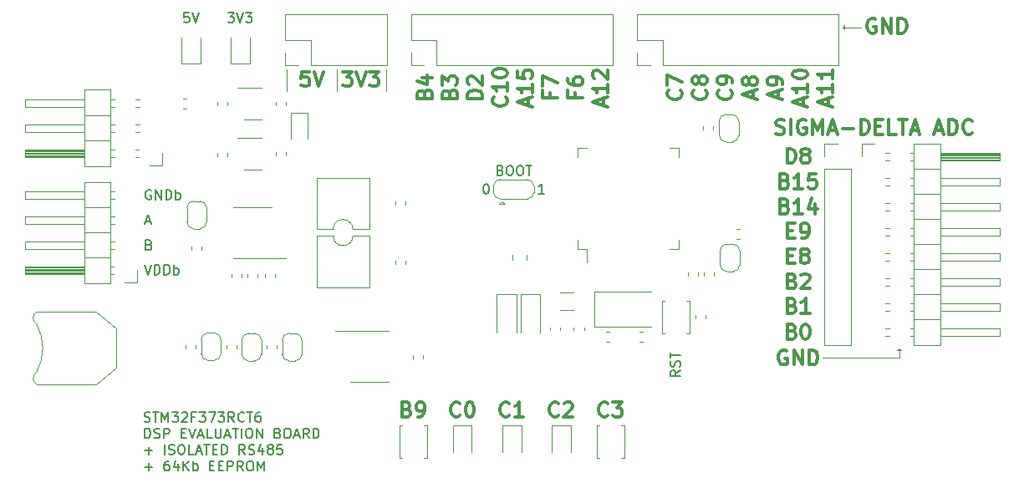
<source format=gbr>
%TF.GenerationSoftware,KiCad,Pcbnew,(5.1.6)-1*%
%TF.CreationDate,2020-11-10T11:45:45+01:00*%
%TF.ProjectId,stm32f373rct6_evaluation_board,73746d33-3266-4333-9733-726374365f65,rev?*%
%TF.SameCoordinates,Original*%
%TF.FileFunction,Legend,Top*%
%TF.FilePolarity,Positive*%
%FSLAX46Y46*%
G04 Gerber Fmt 4.6, Leading zero omitted, Abs format (unit mm)*
G04 Created by KiCad (PCBNEW (5.1.6)-1) date 2020-11-10 11:45:45*
%MOMM*%
%LPD*%
G01*
G04 APERTURE LIST*
%ADD10C,0.120000*%
%ADD11C,0.300000*%
%ADD12C,0.150000*%
%ADD13C,0.200000*%
G04 APERTURE END LIST*
D10*
X168700000Y-86200000D02*
X168500000Y-86000000D01*
X168700000Y-85800000D02*
X168700000Y-86200000D01*
X168500000Y-86000000D02*
X168700000Y-85800000D01*
X170400000Y-86000000D02*
X168500000Y-86000000D01*
D11*
X171857142Y-85160000D02*
X171714285Y-85088571D01*
X171500000Y-85088571D01*
X171285714Y-85160000D01*
X171142857Y-85302857D01*
X171071428Y-85445714D01*
X171000000Y-85731428D01*
X171000000Y-85945714D01*
X171071428Y-86231428D01*
X171142857Y-86374285D01*
X171285714Y-86517142D01*
X171500000Y-86588571D01*
X171642857Y-86588571D01*
X171857142Y-86517142D01*
X171928571Y-86445714D01*
X171928571Y-85945714D01*
X171642857Y-85945714D01*
X172571428Y-86588571D02*
X172571428Y-85088571D01*
X173428571Y-86588571D01*
X173428571Y-85088571D01*
X174142857Y-86588571D02*
X174142857Y-85088571D01*
X174500000Y-85088571D01*
X174714285Y-85160000D01*
X174857142Y-85302857D01*
X174928571Y-85445714D01*
X175000000Y-85731428D01*
X175000000Y-85945714D01*
X174928571Y-86231428D01*
X174857142Y-86374285D01*
X174714285Y-86517142D01*
X174500000Y-86588571D01*
X174142857Y-86588571D01*
D10*
X112250000Y-90250000D02*
X112250000Y-92500000D01*
X122250000Y-90250000D02*
X122250000Y-92500000D01*
X117250000Y-90250000D02*
X117250000Y-92500000D01*
D11*
X117892857Y-90478571D02*
X118821428Y-90478571D01*
X118321428Y-91050000D01*
X118535714Y-91050000D01*
X118678571Y-91121428D01*
X118750000Y-91192857D01*
X118821428Y-91335714D01*
X118821428Y-91692857D01*
X118750000Y-91835714D01*
X118678571Y-91907142D01*
X118535714Y-91978571D01*
X118107142Y-91978571D01*
X117964285Y-91907142D01*
X117892857Y-91835714D01*
X119250000Y-90478571D02*
X119750000Y-91978571D01*
X120250000Y-90478571D01*
X120607142Y-90478571D02*
X121535714Y-90478571D01*
X121035714Y-91050000D01*
X121250000Y-91050000D01*
X121392857Y-91121428D01*
X121464285Y-91192857D01*
X121535714Y-91335714D01*
X121535714Y-91692857D01*
X121464285Y-91835714D01*
X121392857Y-91907142D01*
X121250000Y-91978571D01*
X120821428Y-91978571D01*
X120678571Y-91907142D01*
X120607142Y-91835714D01*
X114464285Y-90478571D02*
X113750000Y-90478571D01*
X113678571Y-91192857D01*
X113750000Y-91121428D01*
X113892857Y-91050000D01*
X114250000Y-91050000D01*
X114392857Y-91121428D01*
X114464285Y-91192857D01*
X114535714Y-91335714D01*
X114535714Y-91692857D01*
X114464285Y-91835714D01*
X114392857Y-91907142D01*
X114250000Y-91978571D01*
X113892857Y-91978571D01*
X113750000Y-91907142D01*
X113678571Y-91835714D01*
X114964285Y-90478571D02*
X115464285Y-91978571D01*
X115964285Y-90478571D01*
D12*
X97787976Y-125929761D02*
X97930833Y-125977380D01*
X98168928Y-125977380D01*
X98264166Y-125929761D01*
X98311785Y-125882142D01*
X98359404Y-125786904D01*
X98359404Y-125691666D01*
X98311785Y-125596428D01*
X98264166Y-125548809D01*
X98168928Y-125501190D01*
X97978452Y-125453571D01*
X97883214Y-125405952D01*
X97835595Y-125358333D01*
X97787976Y-125263095D01*
X97787976Y-125167857D01*
X97835595Y-125072619D01*
X97883214Y-125025000D01*
X97978452Y-124977380D01*
X98216547Y-124977380D01*
X98359404Y-125025000D01*
X98645119Y-124977380D02*
X99216547Y-124977380D01*
X98930833Y-125977380D02*
X98930833Y-124977380D01*
X99549880Y-125977380D02*
X99549880Y-124977380D01*
X99883214Y-125691666D01*
X100216547Y-124977380D01*
X100216547Y-125977380D01*
X100597500Y-124977380D02*
X101216547Y-124977380D01*
X100883214Y-125358333D01*
X101026071Y-125358333D01*
X101121309Y-125405952D01*
X101168928Y-125453571D01*
X101216547Y-125548809D01*
X101216547Y-125786904D01*
X101168928Y-125882142D01*
X101121309Y-125929761D01*
X101026071Y-125977380D01*
X100740357Y-125977380D01*
X100645119Y-125929761D01*
X100597500Y-125882142D01*
X101597500Y-125072619D02*
X101645119Y-125025000D01*
X101740357Y-124977380D01*
X101978452Y-124977380D01*
X102073690Y-125025000D01*
X102121309Y-125072619D01*
X102168928Y-125167857D01*
X102168928Y-125263095D01*
X102121309Y-125405952D01*
X101549880Y-125977380D01*
X102168928Y-125977380D01*
X102930833Y-125453571D02*
X102597500Y-125453571D01*
X102597500Y-125977380D02*
X102597500Y-124977380D01*
X103073690Y-124977380D01*
X103359404Y-124977380D02*
X103978452Y-124977380D01*
X103645119Y-125358333D01*
X103787976Y-125358333D01*
X103883214Y-125405952D01*
X103930833Y-125453571D01*
X103978452Y-125548809D01*
X103978452Y-125786904D01*
X103930833Y-125882142D01*
X103883214Y-125929761D01*
X103787976Y-125977380D01*
X103502261Y-125977380D01*
X103407023Y-125929761D01*
X103359404Y-125882142D01*
X104311785Y-124977380D02*
X104978452Y-124977380D01*
X104549880Y-125977380D01*
X105264166Y-124977380D02*
X105883214Y-124977380D01*
X105549880Y-125358333D01*
X105692738Y-125358333D01*
X105787976Y-125405952D01*
X105835595Y-125453571D01*
X105883214Y-125548809D01*
X105883214Y-125786904D01*
X105835595Y-125882142D01*
X105787976Y-125929761D01*
X105692738Y-125977380D01*
X105407023Y-125977380D01*
X105311785Y-125929761D01*
X105264166Y-125882142D01*
X106883214Y-125977380D02*
X106549880Y-125501190D01*
X106311785Y-125977380D02*
X106311785Y-124977380D01*
X106692738Y-124977380D01*
X106787976Y-125025000D01*
X106835595Y-125072619D01*
X106883214Y-125167857D01*
X106883214Y-125310714D01*
X106835595Y-125405952D01*
X106787976Y-125453571D01*
X106692738Y-125501190D01*
X106311785Y-125501190D01*
X107883214Y-125882142D02*
X107835595Y-125929761D01*
X107692738Y-125977380D01*
X107597500Y-125977380D01*
X107454642Y-125929761D01*
X107359404Y-125834523D01*
X107311785Y-125739285D01*
X107264166Y-125548809D01*
X107264166Y-125405952D01*
X107311785Y-125215476D01*
X107359404Y-125120238D01*
X107454642Y-125025000D01*
X107597500Y-124977380D01*
X107692738Y-124977380D01*
X107835595Y-125025000D01*
X107883214Y-125072619D01*
X108168928Y-124977380D02*
X108740357Y-124977380D01*
X108454642Y-125977380D02*
X108454642Y-124977380D01*
X109502261Y-124977380D02*
X109311785Y-124977380D01*
X109216547Y-125025000D01*
X109168928Y-125072619D01*
X109073690Y-125215476D01*
X109026071Y-125405952D01*
X109026071Y-125786904D01*
X109073690Y-125882142D01*
X109121309Y-125929761D01*
X109216547Y-125977380D01*
X109407023Y-125977380D01*
X109502261Y-125929761D01*
X109549880Y-125882142D01*
X109597500Y-125786904D01*
X109597500Y-125548809D01*
X109549880Y-125453571D01*
X109502261Y-125405952D01*
X109407023Y-125358333D01*
X109216547Y-125358333D01*
X109121309Y-125405952D01*
X109073690Y-125453571D01*
X109026071Y-125548809D01*
X97835595Y-127627380D02*
X97835595Y-126627380D01*
X98073690Y-126627380D01*
X98216547Y-126675000D01*
X98311785Y-126770238D01*
X98359404Y-126865476D01*
X98407023Y-127055952D01*
X98407023Y-127198809D01*
X98359404Y-127389285D01*
X98311785Y-127484523D01*
X98216547Y-127579761D01*
X98073690Y-127627380D01*
X97835595Y-127627380D01*
X98787976Y-127579761D02*
X98930833Y-127627380D01*
X99168928Y-127627380D01*
X99264166Y-127579761D01*
X99311785Y-127532142D01*
X99359404Y-127436904D01*
X99359404Y-127341666D01*
X99311785Y-127246428D01*
X99264166Y-127198809D01*
X99168928Y-127151190D01*
X98978452Y-127103571D01*
X98883214Y-127055952D01*
X98835595Y-127008333D01*
X98787976Y-126913095D01*
X98787976Y-126817857D01*
X98835595Y-126722619D01*
X98883214Y-126675000D01*
X98978452Y-126627380D01*
X99216547Y-126627380D01*
X99359404Y-126675000D01*
X99787976Y-127627380D02*
X99787976Y-126627380D01*
X100168928Y-126627380D01*
X100264166Y-126675000D01*
X100311785Y-126722619D01*
X100359404Y-126817857D01*
X100359404Y-126960714D01*
X100311785Y-127055952D01*
X100264166Y-127103571D01*
X100168928Y-127151190D01*
X99787976Y-127151190D01*
X101549880Y-127103571D02*
X101883214Y-127103571D01*
X102026071Y-127627380D02*
X101549880Y-127627380D01*
X101549880Y-126627380D01*
X102026071Y-126627380D01*
X102311785Y-126627380D02*
X102645119Y-127627380D01*
X102978452Y-126627380D01*
X103264166Y-127341666D02*
X103740357Y-127341666D01*
X103168928Y-127627380D02*
X103502261Y-126627380D01*
X103835595Y-127627380D01*
X104645119Y-127627380D02*
X104168928Y-127627380D01*
X104168928Y-126627380D01*
X104978452Y-126627380D02*
X104978452Y-127436904D01*
X105026071Y-127532142D01*
X105073690Y-127579761D01*
X105168928Y-127627380D01*
X105359404Y-127627380D01*
X105454642Y-127579761D01*
X105502261Y-127532142D01*
X105549880Y-127436904D01*
X105549880Y-126627380D01*
X105978452Y-127341666D02*
X106454642Y-127341666D01*
X105883214Y-127627380D02*
X106216547Y-126627380D01*
X106549880Y-127627380D01*
X106740357Y-126627380D02*
X107311785Y-126627380D01*
X107026071Y-127627380D02*
X107026071Y-126627380D01*
X107645119Y-127627380D02*
X107645119Y-126627380D01*
X108311785Y-126627380D02*
X108502261Y-126627380D01*
X108597500Y-126675000D01*
X108692738Y-126770238D01*
X108740357Y-126960714D01*
X108740357Y-127294047D01*
X108692738Y-127484523D01*
X108597500Y-127579761D01*
X108502261Y-127627380D01*
X108311785Y-127627380D01*
X108216547Y-127579761D01*
X108121309Y-127484523D01*
X108073690Y-127294047D01*
X108073690Y-126960714D01*
X108121309Y-126770238D01*
X108216547Y-126675000D01*
X108311785Y-126627380D01*
X109168928Y-127627380D02*
X109168928Y-126627380D01*
X109740357Y-127627380D01*
X109740357Y-126627380D01*
X111311785Y-127103571D02*
X111454642Y-127151190D01*
X111502261Y-127198809D01*
X111549880Y-127294047D01*
X111549880Y-127436904D01*
X111502261Y-127532142D01*
X111454642Y-127579761D01*
X111359404Y-127627380D01*
X110978452Y-127627380D01*
X110978452Y-126627380D01*
X111311785Y-126627380D01*
X111407023Y-126675000D01*
X111454642Y-126722619D01*
X111502261Y-126817857D01*
X111502261Y-126913095D01*
X111454642Y-127008333D01*
X111407023Y-127055952D01*
X111311785Y-127103571D01*
X110978452Y-127103571D01*
X112168928Y-126627380D02*
X112359404Y-126627380D01*
X112454642Y-126675000D01*
X112549880Y-126770238D01*
X112597500Y-126960714D01*
X112597500Y-127294047D01*
X112549880Y-127484523D01*
X112454642Y-127579761D01*
X112359404Y-127627380D01*
X112168928Y-127627380D01*
X112073690Y-127579761D01*
X111978452Y-127484523D01*
X111930833Y-127294047D01*
X111930833Y-126960714D01*
X111978452Y-126770238D01*
X112073690Y-126675000D01*
X112168928Y-126627380D01*
X112978452Y-127341666D02*
X113454642Y-127341666D01*
X112883214Y-127627380D02*
X113216547Y-126627380D01*
X113549880Y-127627380D01*
X114454642Y-127627380D02*
X114121309Y-127151190D01*
X113883214Y-127627380D02*
X113883214Y-126627380D01*
X114264166Y-126627380D01*
X114359404Y-126675000D01*
X114407023Y-126722619D01*
X114454642Y-126817857D01*
X114454642Y-126960714D01*
X114407023Y-127055952D01*
X114359404Y-127103571D01*
X114264166Y-127151190D01*
X113883214Y-127151190D01*
X114883214Y-127627380D02*
X114883214Y-126627380D01*
X115121309Y-126627380D01*
X115264166Y-126675000D01*
X115359404Y-126770238D01*
X115407023Y-126865476D01*
X115454642Y-127055952D01*
X115454642Y-127198809D01*
X115407023Y-127389285D01*
X115359404Y-127484523D01*
X115264166Y-127579761D01*
X115121309Y-127627380D01*
X114883214Y-127627380D01*
X97835595Y-128896428D02*
X98597500Y-128896428D01*
X98216547Y-129277380D02*
X98216547Y-128515476D01*
X99835595Y-129277380D02*
X99835595Y-128277380D01*
X100264166Y-129229761D02*
X100407023Y-129277380D01*
X100645119Y-129277380D01*
X100740357Y-129229761D01*
X100787976Y-129182142D01*
X100835595Y-129086904D01*
X100835595Y-128991666D01*
X100787976Y-128896428D01*
X100740357Y-128848809D01*
X100645119Y-128801190D01*
X100454642Y-128753571D01*
X100359404Y-128705952D01*
X100311785Y-128658333D01*
X100264166Y-128563095D01*
X100264166Y-128467857D01*
X100311785Y-128372619D01*
X100359404Y-128325000D01*
X100454642Y-128277380D01*
X100692738Y-128277380D01*
X100835595Y-128325000D01*
X101454642Y-128277380D02*
X101645119Y-128277380D01*
X101740357Y-128325000D01*
X101835595Y-128420238D01*
X101883214Y-128610714D01*
X101883214Y-128944047D01*
X101835595Y-129134523D01*
X101740357Y-129229761D01*
X101645119Y-129277380D01*
X101454642Y-129277380D01*
X101359404Y-129229761D01*
X101264166Y-129134523D01*
X101216547Y-128944047D01*
X101216547Y-128610714D01*
X101264166Y-128420238D01*
X101359404Y-128325000D01*
X101454642Y-128277380D01*
X102787976Y-129277380D02*
X102311785Y-129277380D01*
X102311785Y-128277380D01*
X103073690Y-128991666D02*
X103549880Y-128991666D01*
X102978452Y-129277380D02*
X103311785Y-128277380D01*
X103645119Y-129277380D01*
X103835595Y-128277380D02*
X104407023Y-128277380D01*
X104121309Y-129277380D02*
X104121309Y-128277380D01*
X104740357Y-128753571D02*
X105073690Y-128753571D01*
X105216547Y-129277380D02*
X104740357Y-129277380D01*
X104740357Y-128277380D01*
X105216547Y-128277380D01*
X105645119Y-129277380D02*
X105645119Y-128277380D01*
X105883214Y-128277380D01*
X106026071Y-128325000D01*
X106121309Y-128420238D01*
X106168928Y-128515476D01*
X106216547Y-128705952D01*
X106216547Y-128848809D01*
X106168928Y-129039285D01*
X106121309Y-129134523D01*
X106026071Y-129229761D01*
X105883214Y-129277380D01*
X105645119Y-129277380D01*
X107978452Y-129277380D02*
X107645119Y-128801190D01*
X107407023Y-129277380D02*
X107407023Y-128277380D01*
X107787976Y-128277380D01*
X107883214Y-128325000D01*
X107930833Y-128372619D01*
X107978452Y-128467857D01*
X107978452Y-128610714D01*
X107930833Y-128705952D01*
X107883214Y-128753571D01*
X107787976Y-128801190D01*
X107407023Y-128801190D01*
X108359404Y-129229761D02*
X108502261Y-129277380D01*
X108740357Y-129277380D01*
X108835595Y-129229761D01*
X108883214Y-129182142D01*
X108930833Y-129086904D01*
X108930833Y-128991666D01*
X108883214Y-128896428D01*
X108835595Y-128848809D01*
X108740357Y-128801190D01*
X108549880Y-128753571D01*
X108454642Y-128705952D01*
X108407023Y-128658333D01*
X108359404Y-128563095D01*
X108359404Y-128467857D01*
X108407023Y-128372619D01*
X108454642Y-128325000D01*
X108549880Y-128277380D01*
X108787976Y-128277380D01*
X108930833Y-128325000D01*
X109787976Y-128610714D02*
X109787976Y-129277380D01*
X109549880Y-128229761D02*
X109311785Y-128944047D01*
X109930833Y-128944047D01*
X110454642Y-128705952D02*
X110359404Y-128658333D01*
X110311785Y-128610714D01*
X110264166Y-128515476D01*
X110264166Y-128467857D01*
X110311785Y-128372619D01*
X110359404Y-128325000D01*
X110454642Y-128277380D01*
X110645119Y-128277380D01*
X110740357Y-128325000D01*
X110787976Y-128372619D01*
X110835595Y-128467857D01*
X110835595Y-128515476D01*
X110787976Y-128610714D01*
X110740357Y-128658333D01*
X110645119Y-128705952D01*
X110454642Y-128705952D01*
X110359404Y-128753571D01*
X110311785Y-128801190D01*
X110264166Y-128896428D01*
X110264166Y-129086904D01*
X110311785Y-129182142D01*
X110359404Y-129229761D01*
X110454642Y-129277380D01*
X110645119Y-129277380D01*
X110740357Y-129229761D01*
X110787976Y-129182142D01*
X110835595Y-129086904D01*
X110835595Y-128896428D01*
X110787976Y-128801190D01*
X110740357Y-128753571D01*
X110645119Y-128705952D01*
X111740357Y-128277380D02*
X111264166Y-128277380D01*
X111216547Y-128753571D01*
X111264166Y-128705952D01*
X111359404Y-128658333D01*
X111597500Y-128658333D01*
X111692738Y-128705952D01*
X111740357Y-128753571D01*
X111787976Y-128848809D01*
X111787976Y-129086904D01*
X111740357Y-129182142D01*
X111692738Y-129229761D01*
X111597500Y-129277380D01*
X111359404Y-129277380D01*
X111264166Y-129229761D01*
X111216547Y-129182142D01*
X97835595Y-130546428D02*
X98597500Y-130546428D01*
X98216547Y-130927380D02*
X98216547Y-130165476D01*
X100264166Y-129927380D02*
X100073690Y-129927380D01*
X99978452Y-129975000D01*
X99930833Y-130022619D01*
X99835595Y-130165476D01*
X99787976Y-130355952D01*
X99787976Y-130736904D01*
X99835595Y-130832142D01*
X99883214Y-130879761D01*
X99978452Y-130927380D01*
X100168928Y-130927380D01*
X100264166Y-130879761D01*
X100311785Y-130832142D01*
X100359404Y-130736904D01*
X100359404Y-130498809D01*
X100311785Y-130403571D01*
X100264166Y-130355952D01*
X100168928Y-130308333D01*
X99978452Y-130308333D01*
X99883214Y-130355952D01*
X99835595Y-130403571D01*
X99787976Y-130498809D01*
X101216547Y-130260714D02*
X101216547Y-130927380D01*
X100978452Y-129879761D02*
X100740357Y-130594047D01*
X101359404Y-130594047D01*
X101740357Y-130927380D02*
X101740357Y-129927380D01*
X102311785Y-130927380D02*
X101883214Y-130355952D01*
X102311785Y-129927380D02*
X101740357Y-130498809D01*
X102740357Y-130927380D02*
X102740357Y-129927380D01*
X102740357Y-130308333D02*
X102835595Y-130260714D01*
X103026071Y-130260714D01*
X103121309Y-130308333D01*
X103168928Y-130355952D01*
X103216547Y-130451190D01*
X103216547Y-130736904D01*
X103168928Y-130832142D01*
X103121309Y-130879761D01*
X103026071Y-130927380D01*
X102835595Y-130927380D01*
X102740357Y-130879761D01*
X104407023Y-130403571D02*
X104740357Y-130403571D01*
X104883214Y-130927380D02*
X104407023Y-130927380D01*
X104407023Y-129927380D01*
X104883214Y-129927380D01*
X105311785Y-130403571D02*
X105645119Y-130403571D01*
X105787976Y-130927380D02*
X105311785Y-130927380D01*
X105311785Y-129927380D01*
X105787976Y-129927380D01*
X106216547Y-130927380D02*
X106216547Y-129927380D01*
X106597500Y-129927380D01*
X106692738Y-129975000D01*
X106740357Y-130022619D01*
X106787976Y-130117857D01*
X106787976Y-130260714D01*
X106740357Y-130355952D01*
X106692738Y-130403571D01*
X106597500Y-130451190D01*
X106216547Y-130451190D01*
X107787976Y-130927380D02*
X107454642Y-130451190D01*
X107216547Y-130927380D02*
X107216547Y-129927380D01*
X107597500Y-129927380D01*
X107692738Y-129975000D01*
X107740357Y-130022619D01*
X107787976Y-130117857D01*
X107787976Y-130260714D01*
X107740357Y-130355952D01*
X107692738Y-130403571D01*
X107597500Y-130451190D01*
X107216547Y-130451190D01*
X108407023Y-129927380D02*
X108597500Y-129927380D01*
X108692738Y-129975000D01*
X108787976Y-130070238D01*
X108835595Y-130260714D01*
X108835595Y-130594047D01*
X108787976Y-130784523D01*
X108692738Y-130879761D01*
X108597500Y-130927380D01*
X108407023Y-130927380D01*
X108311785Y-130879761D01*
X108216547Y-130784523D01*
X108168928Y-130594047D01*
X108168928Y-130260714D01*
X108216547Y-130070238D01*
X108311785Y-129975000D01*
X108407023Y-129927380D01*
X109264166Y-130927380D02*
X109264166Y-129927380D01*
X109597500Y-130641666D01*
X109930833Y-129927380D01*
X109930833Y-130927380D01*
D11*
X167080000Y-93885714D02*
X167080000Y-93171428D01*
X167508571Y-94028571D02*
X166008571Y-93528571D01*
X167508571Y-93028571D01*
X167508571Y-91742857D02*
X167508571Y-92600000D01*
X167508571Y-92171428D02*
X166008571Y-92171428D01*
X166222857Y-92314285D01*
X166365714Y-92457142D01*
X166437142Y-92600000D01*
X167508571Y-90314285D02*
X167508571Y-91171428D01*
X167508571Y-90742857D02*
X166008571Y-90742857D01*
X166222857Y-90885714D01*
X166365714Y-91028571D01*
X166437142Y-91171428D01*
X164540000Y-93885714D02*
X164540000Y-93171428D01*
X164968571Y-94028571D02*
X163468571Y-93528571D01*
X164968571Y-93028571D01*
X164968571Y-91742857D02*
X164968571Y-92600000D01*
X164968571Y-92171428D02*
X163468571Y-92171428D01*
X163682857Y-92314285D01*
X163825714Y-92457142D01*
X163897142Y-92600000D01*
X163468571Y-90814285D02*
X163468571Y-90671428D01*
X163540000Y-90528571D01*
X163611428Y-90457142D01*
X163754285Y-90385714D01*
X164040000Y-90314285D01*
X164397142Y-90314285D01*
X164682857Y-90385714D01*
X164825714Y-90457142D01*
X164897142Y-90528571D01*
X164968571Y-90671428D01*
X164968571Y-90814285D01*
X164897142Y-90957142D01*
X164825714Y-91028571D01*
X164682857Y-91100000D01*
X164397142Y-91171428D01*
X164040000Y-91171428D01*
X163754285Y-91100000D01*
X163611428Y-91028571D01*
X163540000Y-90957142D01*
X163468571Y-90814285D01*
X162000000Y-93171428D02*
X162000000Y-92457142D01*
X162428571Y-93314285D02*
X160928571Y-92814285D01*
X162428571Y-92314285D01*
X162428571Y-91742857D02*
X162428571Y-91457142D01*
X162357142Y-91314285D01*
X162285714Y-91242857D01*
X162071428Y-91100000D01*
X161785714Y-91028571D01*
X161214285Y-91028571D01*
X161071428Y-91100000D01*
X161000000Y-91171428D01*
X160928571Y-91314285D01*
X160928571Y-91600000D01*
X161000000Y-91742857D01*
X161071428Y-91814285D01*
X161214285Y-91885714D01*
X161571428Y-91885714D01*
X161714285Y-91814285D01*
X161785714Y-91742857D01*
X161857142Y-91600000D01*
X161857142Y-91314285D01*
X161785714Y-91171428D01*
X161714285Y-91100000D01*
X161571428Y-91028571D01*
X159460000Y-93171428D02*
X159460000Y-92457142D01*
X159888571Y-93314285D02*
X158388571Y-92814285D01*
X159888571Y-92314285D01*
X159031428Y-91600000D02*
X158960000Y-91742857D01*
X158888571Y-91814285D01*
X158745714Y-91885714D01*
X158674285Y-91885714D01*
X158531428Y-91814285D01*
X158460000Y-91742857D01*
X158388571Y-91600000D01*
X158388571Y-91314285D01*
X158460000Y-91171428D01*
X158531428Y-91100000D01*
X158674285Y-91028571D01*
X158745714Y-91028571D01*
X158888571Y-91100000D01*
X158960000Y-91171428D01*
X159031428Y-91314285D01*
X159031428Y-91600000D01*
X159102857Y-91742857D01*
X159174285Y-91814285D01*
X159317142Y-91885714D01*
X159602857Y-91885714D01*
X159745714Y-91814285D01*
X159817142Y-91742857D01*
X159888571Y-91600000D01*
X159888571Y-91314285D01*
X159817142Y-91171428D01*
X159745714Y-91100000D01*
X159602857Y-91028571D01*
X159317142Y-91028571D01*
X159174285Y-91100000D01*
X159102857Y-91171428D01*
X159031428Y-91314285D01*
X157205714Y-92350000D02*
X157277142Y-92421428D01*
X157348571Y-92635714D01*
X157348571Y-92778571D01*
X157277142Y-92992857D01*
X157134285Y-93135714D01*
X156991428Y-93207142D01*
X156705714Y-93278571D01*
X156491428Y-93278571D01*
X156205714Y-93207142D01*
X156062857Y-93135714D01*
X155920000Y-92992857D01*
X155848571Y-92778571D01*
X155848571Y-92635714D01*
X155920000Y-92421428D01*
X155991428Y-92350000D01*
X157348571Y-91635714D02*
X157348571Y-91350000D01*
X157277142Y-91207142D01*
X157205714Y-91135714D01*
X156991428Y-90992857D01*
X156705714Y-90921428D01*
X156134285Y-90921428D01*
X155991428Y-90992857D01*
X155920000Y-91064285D01*
X155848571Y-91207142D01*
X155848571Y-91492857D01*
X155920000Y-91635714D01*
X155991428Y-91707142D01*
X156134285Y-91778571D01*
X156491428Y-91778571D01*
X156634285Y-91707142D01*
X156705714Y-91635714D01*
X156777142Y-91492857D01*
X156777142Y-91207142D01*
X156705714Y-91064285D01*
X156634285Y-90992857D01*
X156491428Y-90921428D01*
X154665714Y-92350000D02*
X154737142Y-92421428D01*
X154808571Y-92635714D01*
X154808571Y-92778571D01*
X154737142Y-92992857D01*
X154594285Y-93135714D01*
X154451428Y-93207142D01*
X154165714Y-93278571D01*
X153951428Y-93278571D01*
X153665714Y-93207142D01*
X153522857Y-93135714D01*
X153380000Y-92992857D01*
X153308571Y-92778571D01*
X153308571Y-92635714D01*
X153380000Y-92421428D01*
X153451428Y-92350000D01*
X153951428Y-91492857D02*
X153880000Y-91635714D01*
X153808571Y-91707142D01*
X153665714Y-91778571D01*
X153594285Y-91778571D01*
X153451428Y-91707142D01*
X153380000Y-91635714D01*
X153308571Y-91492857D01*
X153308571Y-91207142D01*
X153380000Y-91064285D01*
X153451428Y-90992857D01*
X153594285Y-90921428D01*
X153665714Y-90921428D01*
X153808571Y-90992857D01*
X153880000Y-91064285D01*
X153951428Y-91207142D01*
X153951428Y-91492857D01*
X154022857Y-91635714D01*
X154094285Y-91707142D01*
X154237142Y-91778571D01*
X154522857Y-91778571D01*
X154665714Y-91707142D01*
X154737142Y-91635714D01*
X154808571Y-91492857D01*
X154808571Y-91207142D01*
X154737142Y-91064285D01*
X154665714Y-90992857D01*
X154522857Y-90921428D01*
X154237142Y-90921428D01*
X154094285Y-90992857D01*
X154022857Y-91064285D01*
X153951428Y-91207142D01*
X152125714Y-92350000D02*
X152197142Y-92421428D01*
X152268571Y-92635714D01*
X152268571Y-92778571D01*
X152197142Y-92992857D01*
X152054285Y-93135714D01*
X151911428Y-93207142D01*
X151625714Y-93278571D01*
X151411428Y-93278571D01*
X151125714Y-93207142D01*
X150982857Y-93135714D01*
X150840000Y-92992857D01*
X150768571Y-92778571D01*
X150768571Y-92635714D01*
X150840000Y-92421428D01*
X150911428Y-92350000D01*
X150768571Y-91850000D02*
X150768571Y-90850000D01*
X152268571Y-91492857D01*
X144300000Y-93885714D02*
X144300000Y-93171428D01*
X144728571Y-94028571D02*
X143228571Y-93528571D01*
X144728571Y-93028571D01*
X144728571Y-91742857D02*
X144728571Y-92600000D01*
X144728571Y-92171428D02*
X143228571Y-92171428D01*
X143442857Y-92314285D01*
X143585714Y-92457142D01*
X143657142Y-92600000D01*
X143371428Y-91171428D02*
X143300000Y-91100000D01*
X143228571Y-90957142D01*
X143228571Y-90600000D01*
X143300000Y-90457142D01*
X143371428Y-90385714D01*
X143514285Y-90314285D01*
X143657142Y-90314285D01*
X143871428Y-90385714D01*
X144728571Y-91242857D01*
X144728571Y-90314285D01*
X141402857Y-92600000D02*
X141402857Y-93100000D01*
X142188571Y-93100000D02*
X140688571Y-93100000D01*
X140688571Y-92385714D01*
X140688571Y-91171428D02*
X140688571Y-91457142D01*
X140760000Y-91600000D01*
X140831428Y-91671428D01*
X141045714Y-91814285D01*
X141331428Y-91885714D01*
X141902857Y-91885714D01*
X142045714Y-91814285D01*
X142117142Y-91742857D01*
X142188571Y-91600000D01*
X142188571Y-91314285D01*
X142117142Y-91171428D01*
X142045714Y-91100000D01*
X141902857Y-91028571D01*
X141545714Y-91028571D01*
X141402857Y-91100000D01*
X141331428Y-91171428D01*
X141260000Y-91314285D01*
X141260000Y-91600000D01*
X141331428Y-91742857D01*
X141402857Y-91814285D01*
X141545714Y-91885714D01*
X138862857Y-92600000D02*
X138862857Y-93100000D01*
X139648571Y-93100000D02*
X138148571Y-93100000D01*
X138148571Y-92385714D01*
X138148571Y-91957142D02*
X138148571Y-90957142D01*
X139648571Y-91600000D01*
X136680000Y-93885714D02*
X136680000Y-93171428D01*
X137108571Y-94028571D02*
X135608571Y-93528571D01*
X137108571Y-93028571D01*
X137108571Y-91742857D02*
X137108571Y-92600000D01*
X137108571Y-92171428D02*
X135608571Y-92171428D01*
X135822857Y-92314285D01*
X135965714Y-92457142D01*
X136037142Y-92600000D01*
X135608571Y-90385714D02*
X135608571Y-91100000D01*
X136322857Y-91171428D01*
X136251428Y-91100000D01*
X136180000Y-90957142D01*
X136180000Y-90600000D01*
X136251428Y-90457142D01*
X136322857Y-90385714D01*
X136465714Y-90314285D01*
X136822857Y-90314285D01*
X136965714Y-90385714D01*
X137037142Y-90457142D01*
X137108571Y-90600000D01*
X137108571Y-90957142D01*
X137037142Y-91100000D01*
X136965714Y-91171428D01*
X134425714Y-93064285D02*
X134497142Y-93135714D01*
X134568571Y-93350000D01*
X134568571Y-93492857D01*
X134497142Y-93707142D01*
X134354285Y-93850000D01*
X134211428Y-93921428D01*
X133925714Y-93992857D01*
X133711428Y-93992857D01*
X133425714Y-93921428D01*
X133282857Y-93850000D01*
X133140000Y-93707142D01*
X133068571Y-93492857D01*
X133068571Y-93350000D01*
X133140000Y-93135714D01*
X133211428Y-93064285D01*
X134568571Y-91635714D02*
X134568571Y-92492857D01*
X134568571Y-92064285D02*
X133068571Y-92064285D01*
X133282857Y-92207142D01*
X133425714Y-92350000D01*
X133497142Y-92492857D01*
X133068571Y-90707142D02*
X133068571Y-90564285D01*
X133140000Y-90421428D01*
X133211428Y-90350000D01*
X133354285Y-90278571D01*
X133640000Y-90207142D01*
X133997142Y-90207142D01*
X134282857Y-90278571D01*
X134425714Y-90350000D01*
X134497142Y-90421428D01*
X134568571Y-90564285D01*
X134568571Y-90707142D01*
X134497142Y-90850000D01*
X134425714Y-90921428D01*
X134282857Y-90992857D01*
X133997142Y-91064285D01*
X133640000Y-91064285D01*
X133354285Y-90992857D01*
X133211428Y-90921428D01*
X133140000Y-90850000D01*
X133068571Y-90707142D01*
X132028571Y-93207142D02*
X130528571Y-93207142D01*
X130528571Y-92850000D01*
X130600000Y-92635714D01*
X130742857Y-92492857D01*
X130885714Y-92421428D01*
X131171428Y-92350000D01*
X131385714Y-92350000D01*
X131671428Y-92421428D01*
X131814285Y-92492857D01*
X131957142Y-92635714D01*
X132028571Y-92850000D01*
X132028571Y-93207142D01*
X130671428Y-91778571D02*
X130600000Y-91707142D01*
X130528571Y-91564285D01*
X130528571Y-91207142D01*
X130600000Y-91064285D01*
X130671428Y-90992857D01*
X130814285Y-90921428D01*
X130957142Y-90921428D01*
X131171428Y-90992857D01*
X132028571Y-91850000D01*
X132028571Y-90921428D01*
X128702857Y-92707142D02*
X128774285Y-92492857D01*
X128845714Y-92421428D01*
X128988571Y-92350000D01*
X129202857Y-92350000D01*
X129345714Y-92421428D01*
X129417142Y-92492857D01*
X129488571Y-92635714D01*
X129488571Y-93207142D01*
X127988571Y-93207142D01*
X127988571Y-92707142D01*
X128060000Y-92564285D01*
X128131428Y-92492857D01*
X128274285Y-92421428D01*
X128417142Y-92421428D01*
X128560000Y-92492857D01*
X128631428Y-92564285D01*
X128702857Y-92707142D01*
X128702857Y-93207142D01*
X127988571Y-91850000D02*
X127988571Y-90921428D01*
X128560000Y-91421428D01*
X128560000Y-91207142D01*
X128631428Y-91064285D01*
X128702857Y-90992857D01*
X128845714Y-90921428D01*
X129202857Y-90921428D01*
X129345714Y-90992857D01*
X129417142Y-91064285D01*
X129488571Y-91207142D01*
X129488571Y-91635714D01*
X129417142Y-91778571D01*
X129345714Y-91850000D01*
X126162857Y-92707142D02*
X126234285Y-92492857D01*
X126305714Y-92421428D01*
X126448571Y-92350000D01*
X126662857Y-92350000D01*
X126805714Y-92421428D01*
X126877142Y-92492857D01*
X126948571Y-92635714D01*
X126948571Y-93207142D01*
X125448571Y-93207142D01*
X125448571Y-92707142D01*
X125520000Y-92564285D01*
X125591428Y-92492857D01*
X125734285Y-92421428D01*
X125877142Y-92421428D01*
X126020000Y-92492857D01*
X126091428Y-92564285D01*
X126162857Y-92707142D01*
X126162857Y-93207142D01*
X125948571Y-91064285D02*
X126948571Y-91064285D01*
X125377142Y-91421428D02*
X126448571Y-91778571D01*
X126448571Y-90850000D01*
D13*
X106261904Y-84502380D02*
X106880952Y-84502380D01*
X106547619Y-84883333D01*
X106690476Y-84883333D01*
X106785714Y-84930952D01*
X106833333Y-84978571D01*
X106880952Y-85073809D01*
X106880952Y-85311904D01*
X106833333Y-85407142D01*
X106785714Y-85454761D01*
X106690476Y-85502380D01*
X106404761Y-85502380D01*
X106309523Y-85454761D01*
X106261904Y-85407142D01*
X107166666Y-84502380D02*
X107500000Y-85502380D01*
X107833333Y-84502380D01*
X108071428Y-84502380D02*
X108690476Y-84502380D01*
X108357142Y-84883333D01*
X108500000Y-84883333D01*
X108595238Y-84930952D01*
X108642857Y-84978571D01*
X108690476Y-85073809D01*
X108690476Y-85311904D01*
X108642857Y-85407142D01*
X108595238Y-85454761D01*
X108500000Y-85502380D01*
X108214285Y-85502380D01*
X108119047Y-85454761D01*
X108071428Y-85407142D01*
X102309523Y-84502380D02*
X101833333Y-84502380D01*
X101785714Y-84978571D01*
X101833333Y-84930952D01*
X101928571Y-84883333D01*
X102166666Y-84883333D01*
X102261904Y-84930952D01*
X102309523Y-84978571D01*
X102357142Y-85073809D01*
X102357142Y-85311904D01*
X102309523Y-85407142D01*
X102261904Y-85454761D01*
X102166666Y-85502380D01*
X101928571Y-85502380D01*
X101833333Y-85454761D01*
X101785714Y-85407142D01*
X102642857Y-84502380D02*
X102976190Y-85502380D01*
X103309523Y-84502380D01*
D11*
X144750000Y-125335714D02*
X144678571Y-125407142D01*
X144464285Y-125478571D01*
X144321428Y-125478571D01*
X144107142Y-125407142D01*
X143964285Y-125264285D01*
X143892857Y-125121428D01*
X143821428Y-124835714D01*
X143821428Y-124621428D01*
X143892857Y-124335714D01*
X143964285Y-124192857D01*
X144107142Y-124050000D01*
X144321428Y-123978571D01*
X144464285Y-123978571D01*
X144678571Y-124050000D01*
X144750000Y-124121428D01*
X145250000Y-123978571D02*
X146178571Y-123978571D01*
X145678571Y-124550000D01*
X145892857Y-124550000D01*
X146035714Y-124621428D01*
X146107142Y-124692857D01*
X146178571Y-124835714D01*
X146178571Y-125192857D01*
X146107142Y-125335714D01*
X146035714Y-125407142D01*
X145892857Y-125478571D01*
X145464285Y-125478571D01*
X145321428Y-125407142D01*
X145250000Y-125335714D01*
X139750000Y-125335714D02*
X139678571Y-125407142D01*
X139464285Y-125478571D01*
X139321428Y-125478571D01*
X139107142Y-125407142D01*
X138964285Y-125264285D01*
X138892857Y-125121428D01*
X138821428Y-124835714D01*
X138821428Y-124621428D01*
X138892857Y-124335714D01*
X138964285Y-124192857D01*
X139107142Y-124050000D01*
X139321428Y-123978571D01*
X139464285Y-123978571D01*
X139678571Y-124050000D01*
X139750000Y-124121428D01*
X140321428Y-124121428D02*
X140392857Y-124050000D01*
X140535714Y-123978571D01*
X140892857Y-123978571D01*
X141035714Y-124050000D01*
X141107142Y-124121428D01*
X141178571Y-124264285D01*
X141178571Y-124407142D01*
X141107142Y-124621428D01*
X140250000Y-125478571D01*
X141178571Y-125478571D01*
X134750000Y-125335714D02*
X134678571Y-125407142D01*
X134464285Y-125478571D01*
X134321428Y-125478571D01*
X134107142Y-125407142D01*
X133964285Y-125264285D01*
X133892857Y-125121428D01*
X133821428Y-124835714D01*
X133821428Y-124621428D01*
X133892857Y-124335714D01*
X133964285Y-124192857D01*
X134107142Y-124050000D01*
X134321428Y-123978571D01*
X134464285Y-123978571D01*
X134678571Y-124050000D01*
X134750000Y-124121428D01*
X136178571Y-125478571D02*
X135321428Y-125478571D01*
X135750000Y-125478571D02*
X135750000Y-123978571D01*
X135607142Y-124192857D01*
X135464285Y-124335714D01*
X135321428Y-124407142D01*
X129750000Y-125335714D02*
X129678571Y-125407142D01*
X129464285Y-125478571D01*
X129321428Y-125478571D01*
X129107142Y-125407142D01*
X128964285Y-125264285D01*
X128892857Y-125121428D01*
X128821428Y-124835714D01*
X128821428Y-124621428D01*
X128892857Y-124335714D01*
X128964285Y-124192857D01*
X129107142Y-124050000D01*
X129321428Y-123978571D01*
X129464285Y-123978571D01*
X129678571Y-124050000D01*
X129750000Y-124121428D01*
X130678571Y-123978571D02*
X130821428Y-123978571D01*
X130964285Y-124050000D01*
X131035714Y-124121428D01*
X131107142Y-124264285D01*
X131178571Y-124550000D01*
X131178571Y-124907142D01*
X131107142Y-125192857D01*
X131035714Y-125335714D01*
X130964285Y-125407142D01*
X130821428Y-125478571D01*
X130678571Y-125478571D01*
X130535714Y-125407142D01*
X130464285Y-125335714D01*
X130392857Y-125192857D01*
X130321428Y-124907142D01*
X130321428Y-124550000D01*
X130392857Y-124264285D01*
X130464285Y-124121428D01*
X130535714Y-124050000D01*
X130678571Y-123978571D01*
X124392857Y-124692857D02*
X124607142Y-124764285D01*
X124678571Y-124835714D01*
X124750000Y-124978571D01*
X124750000Y-125192857D01*
X124678571Y-125335714D01*
X124607142Y-125407142D01*
X124464285Y-125478571D01*
X123892857Y-125478571D01*
X123892857Y-123978571D01*
X124392857Y-123978571D01*
X124535714Y-124050000D01*
X124607142Y-124121428D01*
X124678571Y-124264285D01*
X124678571Y-124407142D01*
X124607142Y-124550000D01*
X124535714Y-124621428D01*
X124392857Y-124692857D01*
X123892857Y-124692857D01*
X125464285Y-125478571D02*
X125750000Y-125478571D01*
X125892857Y-125407142D01*
X125964285Y-125335714D01*
X126107142Y-125121428D01*
X126178571Y-124835714D01*
X126178571Y-124264285D01*
X126107142Y-124121428D01*
X126035714Y-124050000D01*
X125892857Y-123978571D01*
X125607142Y-123978571D01*
X125464285Y-124050000D01*
X125392857Y-124121428D01*
X125321428Y-124264285D01*
X125321428Y-124621428D01*
X125392857Y-124764285D01*
X125464285Y-124835714D01*
X125607142Y-124907142D01*
X125892857Y-124907142D01*
X126035714Y-124835714D01*
X126107142Y-124764285D01*
X126178571Y-124621428D01*
D10*
X174050000Y-118700000D02*
X174250000Y-118500000D01*
X174450000Y-118700000D02*
X174050000Y-118700000D01*
X174250000Y-118500000D02*
X174450000Y-118700000D01*
X174250000Y-119500000D02*
X174250000Y-118500000D01*
X166500000Y-119500000D02*
X174250000Y-119500000D01*
D11*
X162857142Y-118750000D02*
X162714285Y-118678571D01*
X162500000Y-118678571D01*
X162285714Y-118750000D01*
X162142857Y-118892857D01*
X162071428Y-119035714D01*
X162000000Y-119321428D01*
X162000000Y-119535714D01*
X162071428Y-119821428D01*
X162142857Y-119964285D01*
X162285714Y-120107142D01*
X162500000Y-120178571D01*
X162642857Y-120178571D01*
X162857142Y-120107142D01*
X162928571Y-120035714D01*
X162928571Y-119535714D01*
X162642857Y-119535714D01*
X163571428Y-120178571D02*
X163571428Y-118678571D01*
X164428571Y-120178571D01*
X164428571Y-118678571D01*
X165142857Y-120178571D02*
X165142857Y-118678571D01*
X165500000Y-118678571D01*
X165714285Y-118750000D01*
X165857142Y-118892857D01*
X165928571Y-119035714D01*
X166000000Y-119321428D01*
X166000000Y-119535714D01*
X165928571Y-119821428D01*
X165857142Y-119964285D01*
X165714285Y-120107142D01*
X165500000Y-120178571D01*
X165142857Y-120178571D01*
X161771428Y-96757142D02*
X161985714Y-96828571D01*
X162342857Y-96828571D01*
X162485714Y-96757142D01*
X162557142Y-96685714D01*
X162628571Y-96542857D01*
X162628571Y-96400000D01*
X162557142Y-96257142D01*
X162485714Y-96185714D01*
X162342857Y-96114285D01*
X162057142Y-96042857D01*
X161914285Y-95971428D01*
X161842857Y-95900000D01*
X161771428Y-95757142D01*
X161771428Y-95614285D01*
X161842857Y-95471428D01*
X161914285Y-95400000D01*
X162057142Y-95328571D01*
X162414285Y-95328571D01*
X162628571Y-95400000D01*
X163271428Y-96828571D02*
X163271428Y-95328571D01*
X164771428Y-95400000D02*
X164628571Y-95328571D01*
X164414285Y-95328571D01*
X164200000Y-95400000D01*
X164057142Y-95542857D01*
X163985714Y-95685714D01*
X163914285Y-95971428D01*
X163914285Y-96185714D01*
X163985714Y-96471428D01*
X164057142Y-96614285D01*
X164200000Y-96757142D01*
X164414285Y-96828571D01*
X164557142Y-96828571D01*
X164771428Y-96757142D01*
X164842857Y-96685714D01*
X164842857Y-96185714D01*
X164557142Y-96185714D01*
X165485714Y-96828571D02*
X165485714Y-95328571D01*
X165985714Y-96400000D01*
X166485714Y-95328571D01*
X166485714Y-96828571D01*
X167128571Y-96400000D02*
X167842857Y-96400000D01*
X166985714Y-96828571D02*
X167485714Y-95328571D01*
X167985714Y-96828571D01*
X168485714Y-96257142D02*
X169628571Y-96257142D01*
X170342857Y-96828571D02*
X170342857Y-95328571D01*
X170700000Y-95328571D01*
X170914285Y-95400000D01*
X171057142Y-95542857D01*
X171128571Y-95685714D01*
X171200000Y-95971428D01*
X171200000Y-96185714D01*
X171128571Y-96471428D01*
X171057142Y-96614285D01*
X170914285Y-96757142D01*
X170700000Y-96828571D01*
X170342857Y-96828571D01*
X171842857Y-96042857D02*
X172342857Y-96042857D01*
X172557142Y-96828571D02*
X171842857Y-96828571D01*
X171842857Y-95328571D01*
X172557142Y-95328571D01*
X173914285Y-96828571D02*
X173200000Y-96828571D01*
X173200000Y-95328571D01*
X174200000Y-95328571D02*
X175057142Y-95328571D01*
X174628571Y-96828571D02*
X174628571Y-95328571D01*
X175485714Y-96400000D02*
X176200000Y-96400000D01*
X175342857Y-96828571D02*
X175842857Y-95328571D01*
X176342857Y-96828571D01*
X177914285Y-96400000D02*
X178628571Y-96400000D01*
X177771428Y-96828571D02*
X178271428Y-95328571D01*
X178771428Y-96828571D01*
X179271428Y-96828571D02*
X179271428Y-95328571D01*
X179628571Y-95328571D01*
X179842857Y-95400000D01*
X179985714Y-95542857D01*
X180057142Y-95685714D01*
X180128571Y-95971428D01*
X180128571Y-96185714D01*
X180057142Y-96471428D01*
X179985714Y-96614285D01*
X179842857Y-96757142D01*
X179628571Y-96828571D01*
X179271428Y-96828571D01*
X181628571Y-96685714D02*
X181557142Y-96757142D01*
X181342857Y-96828571D01*
X181200000Y-96828571D01*
X180985714Y-96757142D01*
X180842857Y-96614285D01*
X180771428Y-96471428D01*
X180700000Y-96185714D01*
X180700000Y-95971428D01*
X180771428Y-95685714D01*
X180842857Y-95542857D01*
X180985714Y-95400000D01*
X181200000Y-95328571D01*
X181342857Y-95328571D01*
X181557142Y-95400000D01*
X181628571Y-95471428D01*
X163392857Y-116792857D02*
X163607142Y-116864285D01*
X163678571Y-116935714D01*
X163750000Y-117078571D01*
X163750000Y-117292857D01*
X163678571Y-117435714D01*
X163607142Y-117507142D01*
X163464285Y-117578571D01*
X162892857Y-117578571D01*
X162892857Y-116078571D01*
X163392857Y-116078571D01*
X163535714Y-116150000D01*
X163607142Y-116221428D01*
X163678571Y-116364285D01*
X163678571Y-116507142D01*
X163607142Y-116650000D01*
X163535714Y-116721428D01*
X163392857Y-116792857D01*
X162892857Y-116792857D01*
X164678571Y-116078571D02*
X164821428Y-116078571D01*
X164964285Y-116150000D01*
X165035714Y-116221428D01*
X165107142Y-116364285D01*
X165178571Y-116650000D01*
X165178571Y-117007142D01*
X165107142Y-117292857D01*
X165035714Y-117435714D01*
X164964285Y-117507142D01*
X164821428Y-117578571D01*
X164678571Y-117578571D01*
X164535714Y-117507142D01*
X164464285Y-117435714D01*
X164392857Y-117292857D01*
X164321428Y-117007142D01*
X164321428Y-116650000D01*
X164392857Y-116364285D01*
X164464285Y-116221428D01*
X164535714Y-116150000D01*
X164678571Y-116078571D01*
X163392857Y-114192857D02*
X163607142Y-114264285D01*
X163678571Y-114335714D01*
X163750000Y-114478571D01*
X163750000Y-114692857D01*
X163678571Y-114835714D01*
X163607142Y-114907142D01*
X163464285Y-114978571D01*
X162892857Y-114978571D01*
X162892857Y-113478571D01*
X163392857Y-113478571D01*
X163535714Y-113550000D01*
X163607142Y-113621428D01*
X163678571Y-113764285D01*
X163678571Y-113907142D01*
X163607142Y-114050000D01*
X163535714Y-114121428D01*
X163392857Y-114192857D01*
X162892857Y-114192857D01*
X165178571Y-114978571D02*
X164321428Y-114978571D01*
X164750000Y-114978571D02*
X164750000Y-113478571D01*
X164607142Y-113692857D01*
X164464285Y-113835714D01*
X164321428Y-113907142D01*
X163392857Y-111692857D02*
X163607142Y-111764285D01*
X163678571Y-111835714D01*
X163750000Y-111978571D01*
X163750000Y-112192857D01*
X163678571Y-112335714D01*
X163607142Y-112407142D01*
X163464285Y-112478571D01*
X162892857Y-112478571D01*
X162892857Y-110978571D01*
X163392857Y-110978571D01*
X163535714Y-111050000D01*
X163607142Y-111121428D01*
X163678571Y-111264285D01*
X163678571Y-111407142D01*
X163607142Y-111550000D01*
X163535714Y-111621428D01*
X163392857Y-111692857D01*
X162892857Y-111692857D01*
X164321428Y-111121428D02*
X164392857Y-111050000D01*
X164535714Y-110978571D01*
X164892857Y-110978571D01*
X165035714Y-111050000D01*
X165107142Y-111121428D01*
X165178571Y-111264285D01*
X165178571Y-111407142D01*
X165107142Y-111621428D01*
X164250000Y-112478571D01*
X165178571Y-112478571D01*
X162964285Y-109142857D02*
X163464285Y-109142857D01*
X163678571Y-109928571D02*
X162964285Y-109928571D01*
X162964285Y-108428571D01*
X163678571Y-108428571D01*
X164535714Y-109071428D02*
X164392857Y-109000000D01*
X164321428Y-108928571D01*
X164250000Y-108785714D01*
X164250000Y-108714285D01*
X164321428Y-108571428D01*
X164392857Y-108500000D01*
X164535714Y-108428571D01*
X164821428Y-108428571D01*
X164964285Y-108500000D01*
X165035714Y-108571428D01*
X165107142Y-108714285D01*
X165107142Y-108785714D01*
X165035714Y-108928571D01*
X164964285Y-109000000D01*
X164821428Y-109071428D01*
X164535714Y-109071428D01*
X164392857Y-109142857D01*
X164321428Y-109214285D01*
X164250000Y-109357142D01*
X164250000Y-109642857D01*
X164321428Y-109785714D01*
X164392857Y-109857142D01*
X164535714Y-109928571D01*
X164821428Y-109928571D01*
X164964285Y-109857142D01*
X165035714Y-109785714D01*
X165107142Y-109642857D01*
X165107142Y-109357142D01*
X165035714Y-109214285D01*
X164964285Y-109142857D01*
X164821428Y-109071428D01*
X162964285Y-106592857D02*
X163464285Y-106592857D01*
X163678571Y-107378571D02*
X162964285Y-107378571D01*
X162964285Y-105878571D01*
X163678571Y-105878571D01*
X164392857Y-107378571D02*
X164678571Y-107378571D01*
X164821428Y-107307142D01*
X164892857Y-107235714D01*
X165035714Y-107021428D01*
X165107142Y-106735714D01*
X165107142Y-106164285D01*
X165035714Y-106021428D01*
X164964285Y-105950000D01*
X164821428Y-105878571D01*
X164535714Y-105878571D01*
X164392857Y-105950000D01*
X164321428Y-106021428D01*
X164250000Y-106164285D01*
X164250000Y-106521428D01*
X164321428Y-106664285D01*
X164392857Y-106735714D01*
X164535714Y-106807142D01*
X164821428Y-106807142D01*
X164964285Y-106735714D01*
X165035714Y-106664285D01*
X165107142Y-106521428D01*
X162678571Y-104092857D02*
X162892857Y-104164285D01*
X162964285Y-104235714D01*
X163035714Y-104378571D01*
X163035714Y-104592857D01*
X162964285Y-104735714D01*
X162892857Y-104807142D01*
X162750000Y-104878571D01*
X162178571Y-104878571D01*
X162178571Y-103378571D01*
X162678571Y-103378571D01*
X162821428Y-103450000D01*
X162892857Y-103521428D01*
X162964285Y-103664285D01*
X162964285Y-103807142D01*
X162892857Y-103950000D01*
X162821428Y-104021428D01*
X162678571Y-104092857D01*
X162178571Y-104092857D01*
X164464285Y-104878571D02*
X163607142Y-104878571D01*
X164035714Y-104878571D02*
X164035714Y-103378571D01*
X163892857Y-103592857D01*
X163750000Y-103735714D01*
X163607142Y-103807142D01*
X165750000Y-103878571D02*
X165750000Y-104878571D01*
X165392857Y-103307142D02*
X165035714Y-104378571D01*
X165964285Y-104378571D01*
X162678571Y-101542857D02*
X162892857Y-101614285D01*
X162964285Y-101685714D01*
X163035714Y-101828571D01*
X163035714Y-102042857D01*
X162964285Y-102185714D01*
X162892857Y-102257142D01*
X162750000Y-102328571D01*
X162178571Y-102328571D01*
X162178571Y-100828571D01*
X162678571Y-100828571D01*
X162821428Y-100900000D01*
X162892857Y-100971428D01*
X162964285Y-101114285D01*
X162964285Y-101257142D01*
X162892857Y-101400000D01*
X162821428Y-101471428D01*
X162678571Y-101542857D01*
X162178571Y-101542857D01*
X164464285Y-102328571D02*
X163607142Y-102328571D01*
X164035714Y-102328571D02*
X164035714Y-100828571D01*
X163892857Y-101042857D01*
X163750000Y-101185714D01*
X163607142Y-101257142D01*
X165821428Y-100828571D02*
X165107142Y-100828571D01*
X165035714Y-101542857D01*
X165107142Y-101471428D01*
X165250000Y-101400000D01*
X165607142Y-101400000D01*
X165750000Y-101471428D01*
X165821428Y-101542857D01*
X165892857Y-101685714D01*
X165892857Y-102042857D01*
X165821428Y-102185714D01*
X165750000Y-102257142D01*
X165607142Y-102328571D01*
X165250000Y-102328571D01*
X165107142Y-102257142D01*
X165035714Y-102185714D01*
X162892857Y-99778571D02*
X162892857Y-98278571D01*
X163250000Y-98278571D01*
X163464285Y-98350000D01*
X163607142Y-98492857D01*
X163678571Y-98635714D01*
X163750000Y-98921428D01*
X163750000Y-99135714D01*
X163678571Y-99421428D01*
X163607142Y-99564285D01*
X163464285Y-99707142D01*
X163250000Y-99778571D01*
X162892857Y-99778571D01*
X164607142Y-98921428D02*
X164464285Y-98850000D01*
X164392857Y-98778571D01*
X164321428Y-98635714D01*
X164321428Y-98564285D01*
X164392857Y-98421428D01*
X164464285Y-98350000D01*
X164607142Y-98278571D01*
X164892857Y-98278571D01*
X165035714Y-98350000D01*
X165107142Y-98421428D01*
X165178571Y-98564285D01*
X165178571Y-98635714D01*
X165107142Y-98778571D01*
X165035714Y-98850000D01*
X164892857Y-98921428D01*
X164607142Y-98921428D01*
X164464285Y-98992857D01*
X164392857Y-99064285D01*
X164321428Y-99207142D01*
X164321428Y-99492857D01*
X164392857Y-99635714D01*
X164464285Y-99707142D01*
X164607142Y-99778571D01*
X164892857Y-99778571D01*
X165035714Y-99707142D01*
X165107142Y-99635714D01*
X165178571Y-99492857D01*
X165178571Y-99207142D01*
X165107142Y-99064285D01*
X165035714Y-98992857D01*
X164892857Y-98921428D01*
D13*
X138285714Y-102852380D02*
X137714285Y-102852380D01*
X138000000Y-102852380D02*
X138000000Y-101852380D01*
X137904761Y-101995238D01*
X137809523Y-102090476D01*
X137714285Y-102138095D01*
X132352380Y-101852380D02*
X132447619Y-101852380D01*
X132542857Y-101900000D01*
X132590476Y-101947619D01*
X132638095Y-102042857D01*
X132685714Y-102233333D01*
X132685714Y-102471428D01*
X132638095Y-102661904D01*
X132590476Y-102757142D01*
X132542857Y-102804761D01*
X132447619Y-102852380D01*
X132352380Y-102852380D01*
X132257142Y-102804761D01*
X132209523Y-102757142D01*
X132161904Y-102661904D01*
X132114285Y-102471428D01*
X132114285Y-102233333D01*
X132161904Y-102042857D01*
X132209523Y-101947619D01*
X132257142Y-101900000D01*
X132352380Y-101852380D01*
X133842857Y-100478571D02*
X133985714Y-100526190D01*
X134033333Y-100573809D01*
X134080952Y-100669047D01*
X134080952Y-100811904D01*
X134033333Y-100907142D01*
X133985714Y-100954761D01*
X133890476Y-101002380D01*
X133509523Y-101002380D01*
X133509523Y-100002380D01*
X133842857Y-100002380D01*
X133938095Y-100050000D01*
X133985714Y-100097619D01*
X134033333Y-100192857D01*
X134033333Y-100288095D01*
X133985714Y-100383333D01*
X133938095Y-100430952D01*
X133842857Y-100478571D01*
X133509523Y-100478571D01*
X134700000Y-100002380D02*
X134890476Y-100002380D01*
X134985714Y-100050000D01*
X135080952Y-100145238D01*
X135128571Y-100335714D01*
X135128571Y-100669047D01*
X135080952Y-100859523D01*
X134985714Y-100954761D01*
X134890476Y-101002380D01*
X134700000Y-101002380D01*
X134604761Y-100954761D01*
X134509523Y-100859523D01*
X134461904Y-100669047D01*
X134461904Y-100335714D01*
X134509523Y-100145238D01*
X134604761Y-100050000D01*
X134700000Y-100002380D01*
X135747619Y-100002380D02*
X135938095Y-100002380D01*
X136033333Y-100050000D01*
X136128571Y-100145238D01*
X136176190Y-100335714D01*
X136176190Y-100669047D01*
X136128571Y-100859523D01*
X136033333Y-100954761D01*
X135938095Y-101002380D01*
X135747619Y-101002380D01*
X135652380Y-100954761D01*
X135557142Y-100859523D01*
X135509523Y-100669047D01*
X135509523Y-100335714D01*
X135557142Y-100145238D01*
X135652380Y-100050000D01*
X135747619Y-100002380D01*
X136461904Y-100002380D02*
X137033333Y-100002380D01*
X136747619Y-101002380D02*
X136747619Y-100002380D01*
D12*
X152052380Y-120747619D02*
X151576190Y-121080952D01*
X152052380Y-121319047D02*
X151052380Y-121319047D01*
X151052380Y-120938095D01*
X151100000Y-120842857D01*
X151147619Y-120795238D01*
X151242857Y-120747619D01*
X151385714Y-120747619D01*
X151480952Y-120795238D01*
X151528571Y-120842857D01*
X151576190Y-120938095D01*
X151576190Y-121319047D01*
X152004761Y-120366666D02*
X152052380Y-120223809D01*
X152052380Y-119985714D01*
X152004761Y-119890476D01*
X151957142Y-119842857D01*
X151861904Y-119795238D01*
X151766666Y-119795238D01*
X151671428Y-119842857D01*
X151623809Y-119890476D01*
X151576190Y-119985714D01*
X151528571Y-120176190D01*
X151480952Y-120271428D01*
X151433333Y-120319047D01*
X151338095Y-120366666D01*
X151242857Y-120366666D01*
X151147619Y-120319047D01*
X151100000Y-120271428D01*
X151052380Y-120176190D01*
X151052380Y-119938095D01*
X151100000Y-119795238D01*
X151052380Y-119509523D02*
X151052380Y-118938095D01*
X152052380Y-119223809D02*
X151052380Y-119223809D01*
X97792738Y-110052380D02*
X98126071Y-111052380D01*
X98459404Y-110052380D01*
X98792738Y-111052380D02*
X98792738Y-110052380D01*
X99030833Y-110052380D01*
X99173690Y-110100000D01*
X99268928Y-110195238D01*
X99316547Y-110290476D01*
X99364166Y-110480952D01*
X99364166Y-110623809D01*
X99316547Y-110814285D01*
X99268928Y-110909523D01*
X99173690Y-111004761D01*
X99030833Y-111052380D01*
X98792738Y-111052380D01*
X99792738Y-111052380D02*
X99792738Y-110052380D01*
X100030833Y-110052380D01*
X100173690Y-110100000D01*
X100268928Y-110195238D01*
X100316547Y-110290476D01*
X100364166Y-110480952D01*
X100364166Y-110623809D01*
X100316547Y-110814285D01*
X100268928Y-110909523D01*
X100173690Y-111004761D01*
X100030833Y-111052380D01*
X99792738Y-111052380D01*
X100792738Y-111052380D02*
X100792738Y-110052380D01*
X100792738Y-110433333D02*
X100887976Y-110385714D01*
X101078452Y-110385714D01*
X101173690Y-110433333D01*
X101221309Y-110480952D01*
X101268928Y-110576190D01*
X101268928Y-110861904D01*
X101221309Y-110957142D01*
X101173690Y-111004761D01*
X101078452Y-111052380D01*
X100887976Y-111052380D01*
X100792738Y-111004761D01*
X98268928Y-108028571D02*
X98411785Y-108076190D01*
X98459404Y-108123809D01*
X98507023Y-108219047D01*
X98507023Y-108361904D01*
X98459404Y-108457142D01*
X98411785Y-108504761D01*
X98316547Y-108552380D01*
X97935595Y-108552380D01*
X97935595Y-107552380D01*
X98268928Y-107552380D01*
X98364166Y-107600000D01*
X98411785Y-107647619D01*
X98459404Y-107742857D01*
X98459404Y-107838095D01*
X98411785Y-107933333D01*
X98364166Y-107980952D01*
X98268928Y-108028571D01*
X97935595Y-108028571D01*
X97887976Y-105666666D02*
X98364166Y-105666666D01*
X97792738Y-105952380D02*
X98126071Y-104952380D01*
X98459404Y-105952380D01*
X98459404Y-102500000D02*
X98364166Y-102452380D01*
X98221309Y-102452380D01*
X98078452Y-102500000D01*
X97983214Y-102595238D01*
X97935595Y-102690476D01*
X97887976Y-102880952D01*
X97887976Y-103023809D01*
X97935595Y-103214285D01*
X97983214Y-103309523D01*
X98078452Y-103404761D01*
X98221309Y-103452380D01*
X98316547Y-103452380D01*
X98459404Y-103404761D01*
X98507023Y-103357142D01*
X98507023Y-103023809D01*
X98316547Y-103023809D01*
X98935595Y-103452380D02*
X98935595Y-102452380D01*
X99507023Y-103452380D01*
X99507023Y-102452380D01*
X99983214Y-103452380D02*
X99983214Y-102452380D01*
X100221309Y-102452380D01*
X100364166Y-102500000D01*
X100459404Y-102595238D01*
X100507023Y-102690476D01*
X100554642Y-102880952D01*
X100554642Y-103023809D01*
X100507023Y-103214285D01*
X100459404Y-103309523D01*
X100364166Y-103404761D01*
X100221309Y-103452380D01*
X99983214Y-103452380D01*
X100983214Y-103452380D02*
X100983214Y-102452380D01*
X100983214Y-102833333D02*
X101078452Y-102785714D01*
X101268928Y-102785714D01*
X101364166Y-102833333D01*
X101411785Y-102880952D01*
X101459404Y-102976190D01*
X101459404Y-103261904D01*
X101411785Y-103357142D01*
X101364166Y-103404761D01*
X101268928Y-103452380D01*
X101078452Y-103452380D01*
X100983214Y-103404761D01*
D10*
%TO.C,J7*%
X122330000Y-89870000D02*
X122330000Y-84670000D01*
X114650000Y-89870000D02*
X122330000Y-89870000D01*
X112050000Y-84670000D02*
X122330000Y-84670000D01*
X114650000Y-89870000D02*
X114650000Y-87270000D01*
X114650000Y-87270000D02*
X112050000Y-87270000D01*
X112050000Y-87270000D02*
X112050000Y-84670000D01*
X113380000Y-89870000D02*
X112050000Y-89870000D01*
X112050000Y-89870000D02*
X112050000Y-88540000D01*
%TO.C,J5*%
X147670000Y-89870000D02*
X147670000Y-88540000D01*
X149000000Y-89870000D02*
X147670000Y-89870000D01*
X147670000Y-87270000D02*
X147670000Y-84670000D01*
X150270000Y-87270000D02*
X147670000Y-87270000D01*
X150270000Y-89870000D02*
X150270000Y-87270000D01*
X147670000Y-84670000D02*
X168110000Y-84670000D01*
X150270000Y-89870000D02*
X168110000Y-89870000D01*
X168110000Y-89870000D02*
X168110000Y-84670000D01*
%TO.C,D8*%
X101540000Y-87000000D02*
X101540000Y-89685000D01*
X101540000Y-89685000D02*
X103460000Y-89685000D01*
X103460000Y-89685000D02*
X103460000Y-87000000D01*
%TO.C,D7*%
X106540000Y-87000000D02*
X106540000Y-89685000D01*
X106540000Y-89685000D02*
X108460000Y-89685000D01*
X108460000Y-89685000D02*
X108460000Y-87000000D01*
%TO.C,JP4*%
X156705000Y-97620000D02*
G75*
G02*
X156005000Y-96920000I0J700000D01*
G01*
X158005000Y-96920000D02*
G75*
G02*
X157305000Y-97620000I-700000J0D01*
G01*
X157305000Y-94820000D02*
G75*
G02*
X158005000Y-95520000I0J-700000D01*
G01*
X156005000Y-95520000D02*
G75*
G02*
X156705000Y-94820000I700000J0D01*
G01*
X157305000Y-97620000D02*
X156705000Y-97620000D01*
X158005000Y-95520000D02*
X158005000Y-96920000D01*
X156705000Y-94820000D02*
X157305000Y-94820000D01*
X156005000Y-96920000D02*
X156005000Y-95520000D01*
%TO.C,JP3*%
X156800000Y-110750000D02*
G75*
G02*
X156100000Y-110050000I0J700000D01*
G01*
X158100000Y-110050000D02*
G75*
G02*
X157400000Y-110750000I-700000J0D01*
G01*
X157400000Y-107950000D02*
G75*
G02*
X158100000Y-108650000I0J-700000D01*
G01*
X156100000Y-108650000D02*
G75*
G02*
X156800000Y-107950000I700000J0D01*
G01*
X157400000Y-110750000D02*
X156800000Y-110750000D01*
X158100000Y-108650000D02*
X158100000Y-110050000D01*
X156800000Y-107950000D02*
X157400000Y-107950000D01*
X156100000Y-110050000D02*
X156100000Y-108650000D01*
%TO.C,J1*%
X94360000Y-111950000D02*
X94360000Y-101670000D01*
X94360000Y-101670000D02*
X91700000Y-101670000D01*
X91700000Y-101670000D02*
X91700000Y-111950000D01*
X91700000Y-111950000D02*
X94360000Y-111950000D01*
X91700000Y-111000000D02*
X85700000Y-111000000D01*
X85700000Y-111000000D02*
X85700000Y-110240000D01*
X85700000Y-110240000D02*
X91700000Y-110240000D01*
X91700000Y-110940000D02*
X85700000Y-110940000D01*
X91700000Y-110820000D02*
X85700000Y-110820000D01*
X91700000Y-110700000D02*
X85700000Y-110700000D01*
X91700000Y-110580000D02*
X85700000Y-110580000D01*
X91700000Y-110460000D02*
X85700000Y-110460000D01*
X91700000Y-110340000D02*
X85700000Y-110340000D01*
X94690000Y-111000000D02*
X94360000Y-111000000D01*
X94690000Y-110240000D02*
X94360000Y-110240000D01*
X94360000Y-109350000D02*
X91700000Y-109350000D01*
X91700000Y-108460000D02*
X85700000Y-108460000D01*
X85700000Y-108460000D02*
X85700000Y-107700000D01*
X85700000Y-107700000D02*
X91700000Y-107700000D01*
X94757071Y-108460000D02*
X94360000Y-108460000D01*
X94757071Y-107700000D02*
X94360000Y-107700000D01*
X94360000Y-106810000D02*
X91700000Y-106810000D01*
X91700000Y-105920000D02*
X85700000Y-105920000D01*
X85700000Y-105920000D02*
X85700000Y-105160000D01*
X85700000Y-105160000D02*
X91700000Y-105160000D01*
X94757071Y-105920000D02*
X94360000Y-105920000D01*
X94757071Y-105160000D02*
X94360000Y-105160000D01*
X94360000Y-104270000D02*
X91700000Y-104270000D01*
X91700000Y-103380000D02*
X85700000Y-103380000D01*
X85700000Y-103380000D02*
X85700000Y-102620000D01*
X85700000Y-102620000D02*
X91700000Y-102620000D01*
X94757071Y-103380000D02*
X94360000Y-103380000D01*
X94757071Y-102620000D02*
X94360000Y-102620000D01*
X97070000Y-110620000D02*
X97070000Y-111890000D01*
X97070000Y-111890000D02*
X95800000Y-111890000D01*
%TO.C,SW2*%
X146100000Y-129650000D02*
X146400000Y-129650000D01*
X146400000Y-129650000D02*
X146400000Y-126350000D01*
X146400000Y-126350000D02*
X146100000Y-126350000D01*
X143900000Y-129650000D02*
X143600000Y-129650000D01*
X143600000Y-129650000D02*
X143600000Y-126350000D01*
X143600000Y-126350000D02*
X143900000Y-126350000D01*
%TO.C,SW1*%
X126100000Y-129650000D02*
X126400000Y-129650000D01*
X126400000Y-129650000D02*
X126400000Y-126350000D01*
X126400000Y-126350000D02*
X126100000Y-126350000D01*
X123900000Y-129650000D02*
X123600000Y-129650000D01*
X123600000Y-129650000D02*
X123600000Y-126350000D01*
X123600000Y-126350000D02*
X123900000Y-126350000D01*
%TO.C,D5*%
X140960000Y-129000000D02*
X140960000Y-126315000D01*
X140960000Y-126315000D02*
X139040000Y-126315000D01*
X139040000Y-126315000D02*
X139040000Y-129000000D01*
%TO.C,D4*%
X135960000Y-129000000D02*
X135960000Y-126315000D01*
X135960000Y-126315000D02*
X134040000Y-126315000D01*
X134040000Y-126315000D02*
X134040000Y-129000000D01*
%TO.C,D3*%
X130960000Y-129000000D02*
X130960000Y-126315000D01*
X130960000Y-126315000D02*
X129040000Y-126315000D01*
X129040000Y-126315000D02*
X129040000Y-129000000D01*
%TO.C,D6*%
X114350000Y-94700000D02*
X114350000Y-97250000D01*
X112650000Y-94700000D02*
X112650000Y-97250000D01*
X114350000Y-94700000D02*
X112650000Y-94700000D01*
%TO.C,SW3*%
X153000000Y-117000000D02*
X152700000Y-117000000D01*
X153000000Y-113700000D02*
X153000000Y-117000000D01*
X152700000Y-113700000D02*
X153000000Y-113700000D01*
X150200000Y-117000000D02*
X150500000Y-117000000D01*
X150200000Y-113700000D02*
X150200000Y-117000000D01*
X150500000Y-113700000D02*
X150200000Y-113700000D01*
%TO.C,U7*%
X120600000Y-116790000D02*
X117150000Y-116790000D01*
X120600000Y-116790000D02*
X122550000Y-116790000D01*
X120600000Y-121910000D02*
X118650000Y-121910000D01*
X120600000Y-121910000D02*
X122550000Y-121910000D01*
%TO.C,R16*%
X103010000Y-118512779D02*
X103010000Y-118187221D01*
X101990000Y-118512779D02*
X101990000Y-118187221D01*
%TO.C,R15*%
X107110000Y-118512779D02*
X107110000Y-118187221D01*
X106090000Y-118512779D02*
X106090000Y-118187221D01*
%TO.C,R14*%
X111210000Y-118562779D02*
X111210000Y-118237221D01*
X110190000Y-118562779D02*
X110190000Y-118237221D01*
%TO.C,JP7*%
X103550000Y-119050000D02*
X103550000Y-117650000D01*
X104250000Y-116950000D02*
X104850000Y-116950000D01*
X105550000Y-117650000D02*
X105550000Y-119050000D01*
X104850000Y-119750000D02*
X104250000Y-119750000D01*
X104250000Y-119750000D02*
G75*
G02*
X103550000Y-119050000I0J700000D01*
G01*
X105550000Y-119050000D02*
G75*
G02*
X104850000Y-119750000I-700000J0D01*
G01*
X104850000Y-116950000D02*
G75*
G02*
X105550000Y-117650000I0J-700000D01*
G01*
X103550000Y-117650000D02*
G75*
G02*
X104250000Y-116950000I700000J0D01*
G01*
%TO.C,JP6*%
X107650000Y-119100000D02*
X107650000Y-117700000D01*
X108350000Y-117000000D02*
X108950000Y-117000000D01*
X109650000Y-117700000D02*
X109650000Y-119100000D01*
X108950000Y-119800000D02*
X108350000Y-119800000D01*
X108350000Y-119800000D02*
G75*
G02*
X107650000Y-119100000I0J700000D01*
G01*
X109650000Y-119100000D02*
G75*
G02*
X108950000Y-119800000I-700000J0D01*
G01*
X108950000Y-117000000D02*
G75*
G02*
X109650000Y-117700000I0J-700000D01*
G01*
X107650000Y-117700000D02*
G75*
G02*
X108350000Y-117000000I700000J0D01*
G01*
%TO.C,JP5*%
X111750000Y-119100000D02*
X111750000Y-117700000D01*
X112450000Y-117000000D02*
X113050000Y-117000000D01*
X113750000Y-117700000D02*
X113750000Y-119100000D01*
X113050000Y-119800000D02*
X112450000Y-119800000D01*
X112450000Y-119800000D02*
G75*
G02*
X111750000Y-119100000I0J700000D01*
G01*
X113750000Y-119100000D02*
G75*
G02*
X113050000Y-119800000I-700000J0D01*
G01*
X113050000Y-117000000D02*
G75*
G02*
X113750000Y-117700000I0J-700000D01*
G01*
X111750000Y-117700000D02*
G75*
G02*
X112450000Y-117000000I700000J0D01*
G01*
%TO.C,C22*%
X126010000Y-119512779D02*
X126010000Y-119187221D01*
X124990000Y-119512779D02*
X124990000Y-119187221D01*
%TO.C,R1*%
X101737221Y-94210000D02*
X102062779Y-94210000D01*
X101737221Y-93190000D02*
X102062779Y-93190000D01*
%TO.C,Y2*%
X141275000Y-114625000D02*
X139925000Y-114625000D01*
X141275000Y-112875000D02*
X139925000Y-112875000D01*
%TO.C,Y1*%
X143350000Y-116350000D02*
X149100000Y-116350000D01*
X143350000Y-112750000D02*
X143350000Y-116350000D01*
X149100000Y-112750000D02*
X143350000Y-112750000D01*
%TO.C,U6*%
X142640000Y-108460000D02*
X142640000Y-109800000D01*
X141690000Y-108460000D02*
X142640000Y-108460000D01*
X141690000Y-107510000D02*
X141690000Y-108460000D01*
X141690000Y-98240000D02*
X142640000Y-98240000D01*
X141690000Y-99190000D02*
X141690000Y-98240000D01*
X151910000Y-108460000D02*
X150960000Y-108460000D01*
X151910000Y-107510000D02*
X151910000Y-108460000D01*
X151910000Y-98240000D02*
X150960000Y-98240000D01*
X151910000Y-99190000D02*
X151910000Y-98240000D01*
%TO.C,U2*%
X109700000Y-92090000D02*
X107250000Y-92090000D01*
X107900000Y-95310000D02*
X109700000Y-95310000D01*
%TO.C,U1*%
X109700000Y-97190000D02*
X107250000Y-97190000D01*
X107900000Y-100410000D02*
X109700000Y-100410000D01*
%TO.C,JP2*%
X133800000Y-101400000D02*
X136600000Y-101400000D01*
X137250000Y-102100000D02*
X137250000Y-102700000D01*
X136600000Y-103400000D02*
X133800000Y-103400000D01*
X133150000Y-102700000D02*
X133150000Y-102100000D01*
X134000000Y-103600000D02*
X133700000Y-103900000D01*
X133700000Y-103900000D02*
X134300000Y-103900000D01*
X134000000Y-103600000D02*
X134300000Y-103900000D01*
X133150000Y-102100000D02*
G75*
G02*
X133850000Y-101400000I700000J0D01*
G01*
X133850000Y-103400000D02*
G75*
G02*
X133150000Y-102700000I0J700000D01*
G01*
X137250000Y-102700000D02*
G75*
G02*
X136550000Y-103400000I-700000J0D01*
G01*
X136550000Y-101400000D02*
G75*
G02*
X137250000Y-102100000I0J-700000D01*
G01*
%TO.C,J3*%
X166670000Y-97760000D02*
X168000000Y-97760000D01*
X166670000Y-99090000D02*
X166670000Y-97760000D01*
X166670000Y-100360000D02*
X169330000Y-100360000D01*
X169330000Y-100360000D02*
X169330000Y-118200000D01*
X166670000Y-100360000D02*
X166670000Y-118200000D01*
X166670000Y-118200000D02*
X169330000Y-118200000D01*
%TO.C,J4*%
X170480000Y-97820000D02*
X171750000Y-97820000D01*
X170480000Y-99090000D02*
X170480000Y-97820000D01*
X172792929Y-117250000D02*
X173247071Y-117250000D01*
X172792929Y-116490000D02*
X173247071Y-116490000D01*
X175332929Y-117250000D02*
X175730000Y-117250000D01*
X175332929Y-116490000D02*
X175730000Y-116490000D01*
X184390000Y-117250000D02*
X178390000Y-117250000D01*
X184390000Y-116490000D02*
X184390000Y-117250000D01*
X178390000Y-116490000D02*
X184390000Y-116490000D01*
X175730000Y-115600000D02*
X178390000Y-115600000D01*
X172792929Y-114710000D02*
X173247071Y-114710000D01*
X172792929Y-113950000D02*
X173247071Y-113950000D01*
X175332929Y-114710000D02*
X175730000Y-114710000D01*
X175332929Y-113950000D02*
X175730000Y-113950000D01*
X184390000Y-114710000D02*
X178390000Y-114710000D01*
X184390000Y-113950000D02*
X184390000Y-114710000D01*
X178390000Y-113950000D02*
X184390000Y-113950000D01*
X175730000Y-113060000D02*
X178390000Y-113060000D01*
X172792929Y-112170000D02*
X173247071Y-112170000D01*
X172792929Y-111410000D02*
X173247071Y-111410000D01*
X175332929Y-112170000D02*
X175730000Y-112170000D01*
X175332929Y-111410000D02*
X175730000Y-111410000D01*
X184390000Y-112170000D02*
X178390000Y-112170000D01*
X184390000Y-111410000D02*
X184390000Y-112170000D01*
X178390000Y-111410000D02*
X184390000Y-111410000D01*
X175730000Y-110520000D02*
X178390000Y-110520000D01*
X172792929Y-109630000D02*
X173247071Y-109630000D01*
X172792929Y-108870000D02*
X173247071Y-108870000D01*
X175332929Y-109630000D02*
X175730000Y-109630000D01*
X175332929Y-108870000D02*
X175730000Y-108870000D01*
X184390000Y-109630000D02*
X178390000Y-109630000D01*
X184390000Y-108870000D02*
X184390000Y-109630000D01*
X178390000Y-108870000D02*
X184390000Y-108870000D01*
X175730000Y-107980000D02*
X178390000Y-107980000D01*
X172792929Y-107090000D02*
X173247071Y-107090000D01*
X172792929Y-106330000D02*
X173247071Y-106330000D01*
X175332929Y-107090000D02*
X175730000Y-107090000D01*
X175332929Y-106330000D02*
X175730000Y-106330000D01*
X184390000Y-107090000D02*
X178390000Y-107090000D01*
X184390000Y-106330000D02*
X184390000Y-107090000D01*
X178390000Y-106330000D02*
X184390000Y-106330000D01*
X175730000Y-105440000D02*
X178390000Y-105440000D01*
X172792929Y-104550000D02*
X173247071Y-104550000D01*
X172792929Y-103790000D02*
X173247071Y-103790000D01*
X175332929Y-104550000D02*
X175730000Y-104550000D01*
X175332929Y-103790000D02*
X175730000Y-103790000D01*
X184390000Y-104550000D02*
X178390000Y-104550000D01*
X184390000Y-103790000D02*
X184390000Y-104550000D01*
X178390000Y-103790000D02*
X184390000Y-103790000D01*
X175730000Y-102900000D02*
X178390000Y-102900000D01*
X172792929Y-102010000D02*
X173247071Y-102010000D01*
X172792929Y-101250000D02*
X173247071Y-101250000D01*
X175332929Y-102010000D02*
X175730000Y-102010000D01*
X175332929Y-101250000D02*
X175730000Y-101250000D01*
X184390000Y-102010000D02*
X178390000Y-102010000D01*
X184390000Y-101250000D02*
X184390000Y-102010000D01*
X178390000Y-101250000D02*
X184390000Y-101250000D01*
X175730000Y-100360000D02*
X178390000Y-100360000D01*
X172860000Y-99470000D02*
X173247071Y-99470000D01*
X172860000Y-98710000D02*
X173247071Y-98710000D01*
X175332929Y-99470000D02*
X175730000Y-99470000D01*
X175332929Y-98710000D02*
X175730000Y-98710000D01*
X178390000Y-99370000D02*
X184390000Y-99370000D01*
X178390000Y-99250000D02*
X184390000Y-99250000D01*
X178390000Y-99130000D02*
X184390000Y-99130000D01*
X178390000Y-99010000D02*
X184390000Y-99010000D01*
X178390000Y-98890000D02*
X184390000Y-98890000D01*
X178390000Y-98770000D02*
X184390000Y-98770000D01*
X184390000Y-99470000D02*
X178390000Y-99470000D01*
X184390000Y-98710000D02*
X184390000Y-99470000D01*
X178390000Y-98710000D02*
X184390000Y-98710000D01*
X178390000Y-97760000D02*
X175730000Y-97760000D01*
X178390000Y-118200000D02*
X178390000Y-97760000D01*
X175730000Y-118200000D02*
X178390000Y-118200000D01*
X175730000Y-97760000D02*
X175730000Y-118200000D01*
%TO.C,J6*%
X124800000Y-89870000D02*
X124800000Y-88540000D01*
X126130000Y-89870000D02*
X124800000Y-89870000D01*
X124800000Y-87270000D02*
X124800000Y-84670000D01*
X127400000Y-87270000D02*
X124800000Y-87270000D01*
X127400000Y-89870000D02*
X127400000Y-87270000D01*
X124800000Y-84670000D02*
X145240000Y-84670000D01*
X127400000Y-89870000D02*
X145240000Y-89870000D01*
X145240000Y-89870000D02*
X145240000Y-84670000D01*
%TO.C,J2*%
X99610000Y-100010000D02*
X98340000Y-100010000D01*
X99610000Y-98740000D02*
X99610000Y-100010000D01*
X97297071Y-93280000D02*
X96842929Y-93280000D01*
X97297071Y-94040000D02*
X96842929Y-94040000D01*
X94757071Y-93280000D02*
X94360000Y-93280000D01*
X94757071Y-94040000D02*
X94360000Y-94040000D01*
X85700000Y-93280000D02*
X91700000Y-93280000D01*
X85700000Y-94040000D02*
X85700000Y-93280000D01*
X91700000Y-94040000D02*
X85700000Y-94040000D01*
X94360000Y-94930000D02*
X91700000Y-94930000D01*
X97297071Y-95820000D02*
X96842929Y-95820000D01*
X97297071Y-96580000D02*
X96842929Y-96580000D01*
X94757071Y-95820000D02*
X94360000Y-95820000D01*
X94757071Y-96580000D02*
X94360000Y-96580000D01*
X85700000Y-95820000D02*
X91700000Y-95820000D01*
X85700000Y-96580000D02*
X85700000Y-95820000D01*
X91700000Y-96580000D02*
X85700000Y-96580000D01*
X94360000Y-97470000D02*
X91700000Y-97470000D01*
X97230000Y-98360000D02*
X96842929Y-98360000D01*
X97230000Y-99120000D02*
X96842929Y-99120000D01*
X94757071Y-98360000D02*
X94360000Y-98360000D01*
X94757071Y-99120000D02*
X94360000Y-99120000D01*
X91700000Y-98460000D02*
X85700000Y-98460000D01*
X91700000Y-98580000D02*
X85700000Y-98580000D01*
X91700000Y-98700000D02*
X85700000Y-98700000D01*
X91700000Y-98820000D02*
X85700000Y-98820000D01*
X91700000Y-98940000D02*
X85700000Y-98940000D01*
X91700000Y-99060000D02*
X85700000Y-99060000D01*
X85700000Y-98360000D02*
X91700000Y-98360000D01*
X85700000Y-99120000D02*
X85700000Y-98360000D01*
X91700000Y-99120000D02*
X85700000Y-99120000D01*
X91700000Y-100070000D02*
X94360000Y-100070000D01*
X91700000Y-92330000D02*
X91700000Y-100070000D01*
X94360000Y-92330000D02*
X91700000Y-92330000D01*
X94360000Y-100070000D02*
X94360000Y-92330000D01*
%TO.C,D1*%
X135500000Y-113000000D02*
X135500000Y-116900000D01*
X133500000Y-113000000D02*
X133500000Y-116900000D01*
X135500000Y-113000000D02*
X133500000Y-113000000D01*
%TO.C,D2*%
X137900000Y-113000000D02*
X137900000Y-116900000D01*
X135900000Y-113000000D02*
X135900000Y-116900000D01*
X137900000Y-113000000D02*
X135900000Y-113000000D01*
%TO.C,C21*%
X136510000Y-109558578D02*
X136510000Y-109041422D01*
X135090000Y-109558578D02*
X135090000Y-109041422D01*
%TO.C,C18*%
X157737221Y-107410000D02*
X158062779Y-107410000D01*
X157737221Y-106390000D02*
X158062779Y-106390000D01*
%TO.C,C16*%
X154395000Y-96057221D02*
X154395000Y-96382779D01*
X155415000Y-96057221D02*
X155415000Y-96382779D01*
%TO.C,C14*%
X154440000Y-110837221D02*
X154440000Y-111162779D01*
X155460000Y-110837221D02*
X155460000Y-111162779D01*
%TO.C,C12*%
X154610000Y-115512779D02*
X154610000Y-115187221D01*
X153590000Y-115512779D02*
X153590000Y-115187221D01*
%TO.C,C11*%
X152840000Y-110837221D02*
X152840000Y-111162779D01*
X153860000Y-110837221D02*
X153860000Y-111162779D01*
%TO.C,C10*%
X141290000Y-116387221D02*
X141290000Y-116712779D01*
X142310000Y-116387221D02*
X142310000Y-116712779D01*
%TO.C,C9*%
X138890000Y-116387221D02*
X138890000Y-116712779D01*
X139910000Y-116387221D02*
X139910000Y-116712779D01*
%TO.C,C8*%
X148262779Y-116840000D02*
X147937221Y-116840000D01*
X148262779Y-117860000D02*
X147937221Y-117860000D01*
%TO.C,C7*%
X144537221Y-117860000D02*
X144862779Y-117860000D01*
X144537221Y-116840000D02*
X144862779Y-116840000D01*
%TO.C,C4*%
X111090000Y-93537221D02*
X111090000Y-93862779D01*
X112110000Y-93537221D02*
X112110000Y-93862779D01*
%TO.C,C3*%
X111090000Y-98637221D02*
X111090000Y-98962779D01*
X112110000Y-98637221D02*
X112110000Y-98962779D01*
%TO.C,C2*%
X105190000Y-93537221D02*
X105190000Y-93862779D01*
X106210000Y-93537221D02*
X106210000Y-93862779D01*
%TO.C,C1*%
X105190000Y-98737221D02*
X105190000Y-99062779D01*
X106210000Y-98737221D02*
X106210000Y-99062779D01*
%TO.C,BT1*%
X94900000Y-120500000D02*
X92900000Y-122200000D01*
X94900000Y-116500000D02*
X92900000Y-114800000D01*
X94900000Y-120500000D02*
X94900000Y-116500000D01*
X86900000Y-114800000D02*
X92900000Y-114800000D01*
X86900000Y-122200000D02*
X92900000Y-122200000D01*
X86904585Y-116108617D02*
G75*
G02*
X86900000Y-120900000I-4504585J-2391383D01*
G01*
X86906028Y-116107373D02*
G75*
G02*
X86900000Y-114796277I393972J657373D01*
G01*
X86909327Y-122205648D02*
G75*
G02*
X86900000Y-120900000I390673J655648D01*
G01*
%TO.C,R7*%
X103610000Y-108562779D02*
X103610000Y-108237221D01*
X102590000Y-108562779D02*
X102590000Y-108237221D01*
%TO.C,JP1*%
X102100000Y-105700000D02*
X102100000Y-104300000D01*
X102800000Y-103600000D02*
X103400000Y-103600000D01*
X104100000Y-104300000D02*
X104100000Y-105700000D01*
X103400000Y-106400000D02*
X102800000Y-106400000D01*
X102800000Y-106400000D02*
G75*
G02*
X102100000Y-105700000I0J700000D01*
G01*
X104100000Y-105700000D02*
G75*
G02*
X103400000Y-106400000I-700000J0D01*
G01*
X103400000Y-103600000D02*
G75*
G02*
X104100000Y-104300000I0J-700000D01*
G01*
X102100000Y-104300000D02*
G75*
G02*
X102800000Y-103600000I700000J0D01*
G01*
%TO.C,U5*%
X115260000Y-106470000D02*
X116910000Y-106470000D01*
X115260000Y-101270000D02*
X115260000Y-106470000D01*
X120560000Y-101270000D02*
X115260000Y-101270000D01*
X120560000Y-106470000D02*
X120560000Y-101270000D01*
X118910000Y-106470000D02*
X120560000Y-106470000D01*
X116910000Y-106470000D02*
G75*
G02*
X118910000Y-106470000I1000000J0D01*
G01*
%TO.C,U4*%
X120560000Y-107130000D02*
X118910000Y-107130000D01*
X120560000Y-112330000D02*
X120560000Y-107130000D01*
X115260000Y-112330000D02*
X120560000Y-112330000D01*
X115260000Y-107130000D02*
X115260000Y-112330000D01*
X116910000Y-107130000D02*
X115260000Y-107130000D01*
X118910000Y-107130000D02*
G75*
G02*
X116910000Y-107130000I-1000000J0D01*
G01*
%TO.C,U3*%
X108700000Y-109360000D02*
X112150000Y-109360000D01*
X108700000Y-109360000D02*
X106750000Y-109360000D01*
X108700000Y-104240000D02*
X110650000Y-104240000D01*
X108700000Y-104240000D02*
X106750000Y-104240000D01*
%TO.C,R11*%
X124210000Y-103962779D02*
X124210000Y-103637221D01*
X123190000Y-103962779D02*
X123190000Y-103637221D01*
%TO.C,R10*%
X124210000Y-109962779D02*
X124210000Y-109637221D01*
X123190000Y-109962779D02*
X123190000Y-109637221D01*
%TO.C,R9*%
X109210000Y-111362779D02*
X109210000Y-111037221D01*
X108190000Y-111362779D02*
X108190000Y-111037221D01*
%TO.C,R8*%
X111010000Y-111362779D02*
X111010000Y-111037221D01*
X109990000Y-111362779D02*
X109990000Y-111037221D01*
%TO.C,C5*%
X106590000Y-111037221D02*
X106590000Y-111362779D01*
X107610000Y-111037221D02*
X107610000Y-111362779D01*
%TD*%
M02*

</source>
